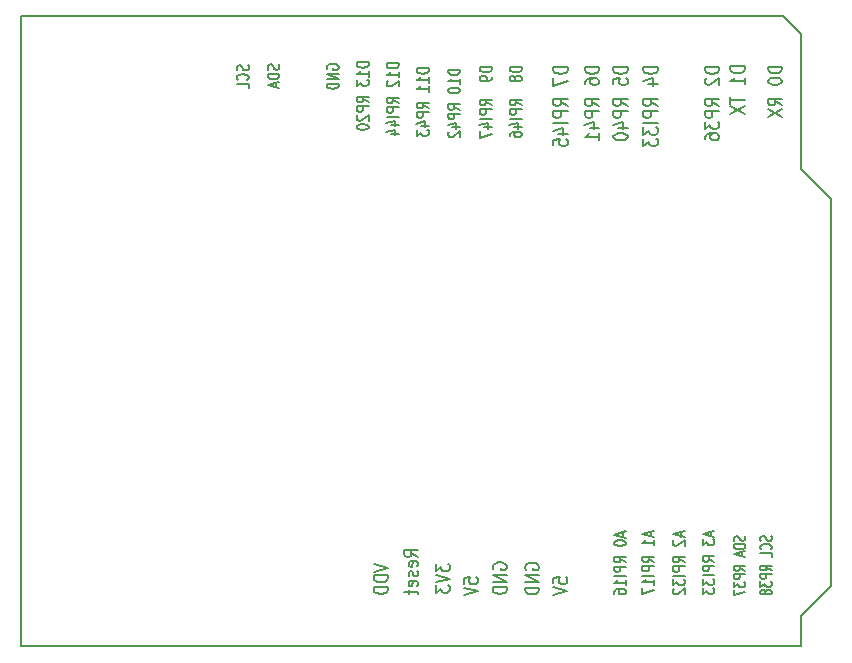
<source format=gbo>
G04 #@! TF.FileFunction,Legend,Bot*
%FSLAX46Y46*%
G04 Gerber Fmt 4.6, Leading zero omitted, Abs format (unit mm)*
G04 Created by KiCad (PCBNEW 4.0.2+dfsg1-stable) date Sa 11 Feb 2017 02:51:41 CET*
%MOMM*%
G01*
G04 APERTURE LIST*
%ADD10C,0.100000*%
%ADD11C,0.175000*%
%ADD12C,0.200000*%
%ADD13C,0.150000*%
G04 APERTURE END LIST*
D10*
D11*
X42362381Y49053381D02*
X41362381Y49053381D01*
X41362381Y48862905D01*
X41410000Y48748619D01*
X41505238Y48672428D01*
X41600476Y48634333D01*
X41790952Y48596238D01*
X41933810Y48596238D01*
X42124286Y48634333D01*
X42219524Y48672428D01*
X42314762Y48748619D01*
X42362381Y48862905D01*
X42362381Y49053381D01*
X41790952Y48139095D02*
X41743333Y48215286D01*
X41695714Y48253381D01*
X41600476Y48291476D01*
X41552857Y48291476D01*
X41457619Y48253381D01*
X41410000Y48215286D01*
X41362381Y48139095D01*
X41362381Y47986714D01*
X41410000Y47910524D01*
X41457619Y47872428D01*
X41552857Y47834333D01*
X41600476Y47834333D01*
X41695714Y47872428D01*
X41743333Y47910524D01*
X41790952Y47986714D01*
X41790952Y48139095D01*
X41838571Y48215286D01*
X41886190Y48253381D01*
X41981429Y48291476D01*
X42171905Y48291476D01*
X42267143Y48253381D01*
X42314762Y48215286D01*
X42362381Y48139095D01*
X42362381Y47986714D01*
X42314762Y47910524D01*
X42267143Y47872428D01*
X42171905Y47834333D01*
X41981429Y47834333D01*
X41886190Y47872428D01*
X41838571Y47910524D01*
X41790952Y47986714D01*
X42362381Y45815285D02*
X41886190Y46081952D01*
X42362381Y46272428D02*
X41362381Y46272428D01*
X41362381Y45967666D01*
X41410000Y45891475D01*
X41457619Y45853380D01*
X41552857Y45815285D01*
X41695714Y45815285D01*
X41790952Y45853380D01*
X41838571Y45891475D01*
X41886190Y45967666D01*
X41886190Y46272428D01*
X42362381Y45472428D02*
X41362381Y45472428D01*
X41362381Y45167666D01*
X41410000Y45091475D01*
X41457619Y45053380D01*
X41552857Y45015285D01*
X41695714Y45015285D01*
X41790952Y45053380D01*
X41838571Y45091475D01*
X41886190Y45167666D01*
X41886190Y45472428D01*
X42362381Y44672428D02*
X41362381Y44672428D01*
X41695714Y43948619D02*
X42362381Y43948619D01*
X41314762Y44139095D02*
X42029048Y44329571D01*
X42029048Y43834333D01*
X41362381Y43186714D02*
X41362381Y43339095D01*
X41410000Y43415285D01*
X41457619Y43453380D01*
X41600476Y43529571D01*
X41790952Y43567666D01*
X42171905Y43567666D01*
X42267143Y43529571D01*
X42314762Y43491476D01*
X42362381Y43415285D01*
X42362381Y43262904D01*
X42314762Y43186714D01*
X42267143Y43148618D01*
X42171905Y43110523D01*
X41933810Y43110523D01*
X41838571Y43148618D01*
X41790952Y43186714D01*
X41743333Y43262904D01*
X41743333Y43415285D01*
X41790952Y43491476D01*
X41838571Y43529571D01*
X41933810Y43567666D01*
X39822381Y49053381D02*
X38822381Y49053381D01*
X38822381Y48862905D01*
X38870000Y48748619D01*
X38965238Y48672428D01*
X39060476Y48634333D01*
X39250952Y48596238D01*
X39393810Y48596238D01*
X39584286Y48634333D01*
X39679524Y48672428D01*
X39774762Y48748619D01*
X39822381Y48862905D01*
X39822381Y49053381D01*
X39822381Y48215286D02*
X39822381Y48062905D01*
X39774762Y47986714D01*
X39727143Y47948619D01*
X39584286Y47872428D01*
X39393810Y47834333D01*
X39012857Y47834333D01*
X38917619Y47872428D01*
X38870000Y47910524D01*
X38822381Y47986714D01*
X38822381Y48139095D01*
X38870000Y48215286D01*
X38917619Y48253381D01*
X39012857Y48291476D01*
X39250952Y48291476D01*
X39346190Y48253381D01*
X39393810Y48215286D01*
X39441429Y48139095D01*
X39441429Y47986714D01*
X39393810Y47910524D01*
X39346190Y47872428D01*
X39250952Y47834333D01*
X39822381Y45815285D02*
X39346190Y46081952D01*
X39822381Y46272428D02*
X38822381Y46272428D01*
X38822381Y45967666D01*
X38870000Y45891475D01*
X38917619Y45853380D01*
X39012857Y45815285D01*
X39155714Y45815285D01*
X39250952Y45853380D01*
X39298571Y45891475D01*
X39346190Y45967666D01*
X39346190Y46272428D01*
X39822381Y45472428D02*
X38822381Y45472428D01*
X38822381Y45167666D01*
X38870000Y45091475D01*
X38917619Y45053380D01*
X39012857Y45015285D01*
X39155714Y45015285D01*
X39250952Y45053380D01*
X39298571Y45091475D01*
X39346190Y45167666D01*
X39346190Y45472428D01*
X39822381Y44672428D02*
X38822381Y44672428D01*
X39155714Y43948619D02*
X39822381Y43948619D01*
X38774762Y44139095D02*
X39489048Y44329571D01*
X39489048Y43834333D01*
X38822381Y43605761D02*
X38822381Y43072428D01*
X39822381Y43415285D01*
X37155381Y48812096D02*
X36155381Y48812096D01*
X36155381Y48621620D01*
X36203000Y48507334D01*
X36298238Y48431143D01*
X36393476Y48393048D01*
X36583952Y48354953D01*
X36726810Y48354953D01*
X36917286Y48393048D01*
X37012524Y48431143D01*
X37107762Y48507334D01*
X37155381Y48621620D01*
X37155381Y48812096D01*
X37155381Y47593048D02*
X37155381Y48050191D01*
X37155381Y47821620D02*
X36155381Y47821620D01*
X36298238Y47897810D01*
X36393476Y47974001D01*
X36441095Y48050191D01*
X36155381Y47097810D02*
X36155381Y47021619D01*
X36203000Y46945429D01*
X36250619Y46907334D01*
X36345857Y46869238D01*
X36536333Y46831143D01*
X36774429Y46831143D01*
X36964905Y46869238D01*
X37060143Y46907334D01*
X37107762Y46945429D01*
X37155381Y47021619D01*
X37155381Y47097810D01*
X37107762Y47174000D01*
X37060143Y47212096D01*
X36964905Y47250191D01*
X36774429Y47288286D01*
X36536333Y47288286D01*
X36345857Y47250191D01*
X36250619Y47212096D01*
X36203000Y47174000D01*
X36155381Y47097810D01*
X37155381Y45421619D02*
X36679190Y45688286D01*
X37155381Y45878762D02*
X36155381Y45878762D01*
X36155381Y45574000D01*
X36203000Y45497809D01*
X36250619Y45459714D01*
X36345857Y45421619D01*
X36488714Y45421619D01*
X36583952Y45459714D01*
X36631571Y45497809D01*
X36679190Y45574000D01*
X36679190Y45878762D01*
X37155381Y45078762D02*
X36155381Y45078762D01*
X36155381Y44774000D01*
X36203000Y44697809D01*
X36250619Y44659714D01*
X36345857Y44621619D01*
X36488714Y44621619D01*
X36583952Y44659714D01*
X36631571Y44697809D01*
X36679190Y44774000D01*
X36679190Y45078762D01*
X36488714Y43935905D02*
X37155381Y43935905D01*
X36107762Y44126381D02*
X36822048Y44316857D01*
X36822048Y43821619D01*
X36250619Y43554952D02*
X36203000Y43516857D01*
X36155381Y43440666D01*
X36155381Y43250190D01*
X36203000Y43174000D01*
X36250619Y43135904D01*
X36345857Y43097809D01*
X36441095Y43097809D01*
X36583952Y43135904D01*
X37155381Y43593047D01*
X37155381Y43097809D01*
X34488381Y48939096D02*
X33488381Y48939096D01*
X33488381Y48748620D01*
X33536000Y48634334D01*
X33631238Y48558143D01*
X33726476Y48520048D01*
X33916952Y48481953D01*
X34059810Y48481953D01*
X34250286Y48520048D01*
X34345524Y48558143D01*
X34440762Y48634334D01*
X34488381Y48748620D01*
X34488381Y48939096D01*
X34488381Y47720048D02*
X34488381Y48177191D01*
X34488381Y47948620D02*
X33488381Y47948620D01*
X33631238Y48024810D01*
X33726476Y48101001D01*
X33774095Y48177191D01*
X34488381Y46958143D02*
X34488381Y47415286D01*
X34488381Y47186715D02*
X33488381Y47186715D01*
X33631238Y47262905D01*
X33726476Y47339096D01*
X33774095Y47415286D01*
X34488381Y45548619D02*
X34012190Y45815286D01*
X34488381Y46005762D02*
X33488381Y46005762D01*
X33488381Y45701000D01*
X33536000Y45624809D01*
X33583619Y45586714D01*
X33678857Y45548619D01*
X33821714Y45548619D01*
X33916952Y45586714D01*
X33964571Y45624809D01*
X34012190Y45701000D01*
X34012190Y46005762D01*
X34488381Y45205762D02*
X33488381Y45205762D01*
X33488381Y44901000D01*
X33536000Y44824809D01*
X33583619Y44786714D01*
X33678857Y44748619D01*
X33821714Y44748619D01*
X33916952Y44786714D01*
X33964571Y44824809D01*
X34012190Y44901000D01*
X34012190Y45205762D01*
X33821714Y44062905D02*
X34488381Y44062905D01*
X33440762Y44253381D02*
X34155048Y44443857D01*
X34155048Y43948619D01*
X33488381Y43720047D02*
X33488381Y43224809D01*
X33869333Y43491476D01*
X33869333Y43377190D01*
X33916952Y43301000D01*
X33964571Y43262904D01*
X34059810Y43224809D01*
X34297905Y43224809D01*
X34393143Y43262904D01*
X34440762Y43301000D01*
X34488381Y43377190D01*
X34488381Y43605762D01*
X34440762Y43681952D01*
X34393143Y43720047D01*
X31948381Y49383572D02*
X30948381Y49383572D01*
X30948381Y49193096D01*
X30996000Y49078810D01*
X31091238Y49002619D01*
X31186476Y48964524D01*
X31376952Y48926429D01*
X31519810Y48926429D01*
X31710286Y48964524D01*
X31805524Y49002619D01*
X31900762Y49078810D01*
X31948381Y49193096D01*
X31948381Y49383572D01*
X31948381Y48164524D02*
X31948381Y48621667D01*
X31948381Y48393096D02*
X30948381Y48393096D01*
X31091238Y48469286D01*
X31186476Y48545477D01*
X31234095Y48621667D01*
X31043619Y47859762D02*
X30996000Y47821667D01*
X30948381Y47745476D01*
X30948381Y47555000D01*
X30996000Y47478810D01*
X31043619Y47440714D01*
X31138857Y47402619D01*
X31234095Y47402619D01*
X31376952Y47440714D01*
X31948381Y47897857D01*
X31948381Y47402619D01*
X31948381Y45993095D02*
X31472190Y46259762D01*
X31948381Y46450238D02*
X30948381Y46450238D01*
X30948381Y46145476D01*
X30996000Y46069285D01*
X31043619Y46031190D01*
X31138857Y45993095D01*
X31281714Y45993095D01*
X31376952Y46031190D01*
X31424571Y46069285D01*
X31472190Y46145476D01*
X31472190Y46450238D01*
X31948381Y45650238D02*
X30948381Y45650238D01*
X30948381Y45345476D01*
X30996000Y45269285D01*
X31043619Y45231190D01*
X31138857Y45193095D01*
X31281714Y45193095D01*
X31376952Y45231190D01*
X31424571Y45269285D01*
X31472190Y45345476D01*
X31472190Y45650238D01*
X31948381Y44850238D02*
X30948381Y44850238D01*
X31281714Y44126429D02*
X31948381Y44126429D01*
X30900762Y44316905D02*
X31615048Y44507381D01*
X31615048Y44012143D01*
X31281714Y43364524D02*
X31948381Y43364524D01*
X30900762Y43555000D02*
X31615048Y43745476D01*
X31615048Y43250238D01*
D12*
X29408381Y49447096D02*
X28408381Y49447096D01*
X28408381Y49256620D01*
X28456000Y49142334D01*
X28551238Y49066143D01*
X28646476Y49028048D01*
X28836952Y48989953D01*
X28979810Y48989953D01*
X29170286Y49028048D01*
X29265524Y49066143D01*
X29360762Y49142334D01*
X29408381Y49256620D01*
X29408381Y49447096D01*
X29408381Y48228048D02*
X29408381Y48685191D01*
X29408381Y48456620D02*
X28408381Y48456620D01*
X28551238Y48532810D01*
X28646476Y48609001D01*
X28694095Y48685191D01*
X28408381Y47961381D02*
X28408381Y47466143D01*
X28789333Y47732810D01*
X28789333Y47618524D01*
X28836952Y47542334D01*
X28884571Y47504238D01*
X28979810Y47466143D01*
X29217905Y47466143D01*
X29313143Y47504238D01*
X29360762Y47542334D01*
X29408381Y47618524D01*
X29408381Y47847096D01*
X29360762Y47923286D01*
X29313143Y47961381D01*
X29408381Y46056619D02*
X28932190Y46323286D01*
X29408381Y46513762D02*
X28408381Y46513762D01*
X28408381Y46209000D01*
X28456000Y46132809D01*
X28503619Y46094714D01*
X28598857Y46056619D01*
X28741714Y46056619D01*
X28836952Y46094714D01*
X28884571Y46132809D01*
X28932190Y46209000D01*
X28932190Y46513762D01*
X29408381Y45713762D02*
X28408381Y45713762D01*
X28408381Y45409000D01*
X28456000Y45332809D01*
X28503619Y45294714D01*
X28598857Y45256619D01*
X28741714Y45256619D01*
X28836952Y45294714D01*
X28884571Y45332809D01*
X28932190Y45409000D01*
X28932190Y45713762D01*
X28503619Y44951857D02*
X28456000Y44913762D01*
X28408381Y44837571D01*
X28408381Y44647095D01*
X28456000Y44570905D01*
X28503619Y44532809D01*
X28598857Y44494714D01*
X28694095Y44494714D01*
X28836952Y44532809D01*
X29408381Y44989952D01*
X29408381Y44494714D01*
X28408381Y43999476D02*
X28408381Y43923285D01*
X28456000Y43847095D01*
X28503619Y43809000D01*
X28598857Y43770904D01*
X28789333Y43732809D01*
X29027429Y43732809D01*
X29217905Y43770904D01*
X29313143Y43809000D01*
X29360762Y43847095D01*
X29408381Y43923285D01*
X29408381Y43999476D01*
X29360762Y44075666D01*
X29313143Y44113762D01*
X29217905Y44151857D01*
X29027429Y44189952D01*
X28789333Y44189952D01*
X28598857Y44151857D01*
X28503619Y44113762D01*
X28456000Y44075666D01*
X28408381Y43999476D01*
X25916000Y48869523D02*
X25868381Y48945714D01*
X25868381Y49059999D01*
X25916000Y49174285D01*
X26011238Y49250476D01*
X26106476Y49288571D01*
X26296952Y49326666D01*
X26439810Y49326666D01*
X26630286Y49288571D01*
X26725524Y49250476D01*
X26820762Y49174285D01*
X26868381Y49059999D01*
X26868381Y48983809D01*
X26820762Y48869523D01*
X26773143Y48831428D01*
X26439810Y48831428D01*
X26439810Y48983809D01*
X26868381Y48488571D02*
X25868381Y48488571D01*
X26868381Y48031428D01*
X25868381Y48031428D01*
X26868381Y47650476D02*
X25868381Y47650476D01*
X25868381Y47460000D01*
X25916000Y47345714D01*
X26011238Y47269523D01*
X26106476Y47231428D01*
X26296952Y47193333D01*
X26439810Y47193333D01*
X26630286Y47231428D01*
X26725524Y47269523D01*
X26820762Y47345714D01*
X26868381Y47460000D01*
X26868381Y47650476D01*
X46262857Y49029524D02*
X45062857Y49029524D01*
X45062857Y48791429D01*
X45120000Y48648571D01*
X45234286Y48553333D01*
X45348571Y48505714D01*
X45577143Y48458095D01*
X45748571Y48458095D01*
X45977143Y48505714D01*
X46091429Y48553333D01*
X46205714Y48648571D01*
X46262857Y48791429D01*
X46262857Y49029524D01*
X45062857Y48124762D02*
X45062857Y47458095D01*
X46262857Y47886667D01*
X46262857Y45743809D02*
X45691429Y46077143D01*
X46262857Y46315238D02*
X45062857Y46315238D01*
X45062857Y45934285D01*
X45120000Y45839047D01*
X45177143Y45791428D01*
X45291429Y45743809D01*
X45462857Y45743809D01*
X45577143Y45791428D01*
X45634286Y45839047D01*
X45691429Y45934285D01*
X45691429Y46315238D01*
X46262857Y45315238D02*
X45062857Y45315238D01*
X45062857Y44934285D01*
X45120000Y44839047D01*
X45177143Y44791428D01*
X45291429Y44743809D01*
X45462857Y44743809D01*
X45577143Y44791428D01*
X45634286Y44839047D01*
X45691429Y44934285D01*
X45691429Y45315238D01*
X46262857Y44315238D02*
X45062857Y44315238D01*
X45462857Y43410476D02*
X46262857Y43410476D01*
X45005714Y43648572D02*
X45862857Y43886667D01*
X45862857Y43267619D01*
X45062857Y42410476D02*
X45062857Y42886667D01*
X45634286Y42934286D01*
X45577143Y42886667D01*
X45520000Y42791429D01*
X45520000Y42553333D01*
X45577143Y42458095D01*
X45634286Y42410476D01*
X45748571Y42362857D01*
X46034286Y42362857D01*
X46148571Y42410476D01*
X46205714Y42458095D01*
X46262857Y42553333D01*
X46262857Y42791429D01*
X46205714Y42886667D01*
X46148571Y42934286D01*
X48929857Y49045429D02*
X47729857Y49045429D01*
X47729857Y48807334D01*
X47787000Y48664476D01*
X47901286Y48569238D01*
X48015571Y48521619D01*
X48244143Y48474000D01*
X48415571Y48474000D01*
X48644143Y48521619D01*
X48758429Y48569238D01*
X48872714Y48664476D01*
X48929857Y48807334D01*
X48929857Y49045429D01*
X47729857Y47616857D02*
X47729857Y47807334D01*
X47787000Y47902572D01*
X47844143Y47950191D01*
X48015571Y48045429D01*
X48244143Y48093048D01*
X48701286Y48093048D01*
X48815571Y48045429D01*
X48872714Y47997810D01*
X48929857Y47902572D01*
X48929857Y47712095D01*
X48872714Y47616857D01*
X48815571Y47569238D01*
X48701286Y47521619D01*
X48415571Y47521619D01*
X48301286Y47569238D01*
X48244143Y47616857D01*
X48187000Y47712095D01*
X48187000Y47902572D01*
X48244143Y47997810D01*
X48301286Y48045429D01*
X48415571Y48093048D01*
X48929857Y45759714D02*
X48358429Y46093048D01*
X48929857Y46331143D02*
X47729857Y46331143D01*
X47729857Y45950190D01*
X47787000Y45854952D01*
X47844143Y45807333D01*
X47958429Y45759714D01*
X48129857Y45759714D01*
X48244143Y45807333D01*
X48301286Y45854952D01*
X48358429Y45950190D01*
X48358429Y46331143D01*
X48929857Y45331143D02*
X47729857Y45331143D01*
X47729857Y44950190D01*
X47787000Y44854952D01*
X47844143Y44807333D01*
X47958429Y44759714D01*
X48129857Y44759714D01*
X48244143Y44807333D01*
X48301286Y44854952D01*
X48358429Y44950190D01*
X48358429Y45331143D01*
X48129857Y43902571D02*
X48929857Y43902571D01*
X47672714Y44140667D02*
X48529857Y44378762D01*
X48529857Y43759714D01*
X48929857Y42854952D02*
X48929857Y43426381D01*
X48929857Y43140667D02*
X47729857Y43140667D01*
X47901286Y43235905D01*
X48015571Y43331143D01*
X48072714Y43426381D01*
X51342857Y49045429D02*
X50142857Y49045429D01*
X50142857Y48807334D01*
X50200000Y48664476D01*
X50314286Y48569238D01*
X50428571Y48521619D01*
X50657143Y48474000D01*
X50828571Y48474000D01*
X51057143Y48521619D01*
X51171429Y48569238D01*
X51285714Y48664476D01*
X51342857Y48807334D01*
X51342857Y49045429D01*
X50142857Y47569238D02*
X50142857Y48045429D01*
X50714286Y48093048D01*
X50657143Y48045429D01*
X50600000Y47950191D01*
X50600000Y47712095D01*
X50657143Y47616857D01*
X50714286Y47569238D01*
X50828571Y47521619D01*
X51114286Y47521619D01*
X51228571Y47569238D01*
X51285714Y47616857D01*
X51342857Y47712095D01*
X51342857Y47950191D01*
X51285714Y48045429D01*
X51228571Y48093048D01*
X51342857Y45759714D02*
X50771429Y46093048D01*
X51342857Y46331143D02*
X50142857Y46331143D01*
X50142857Y45950190D01*
X50200000Y45854952D01*
X50257143Y45807333D01*
X50371429Y45759714D01*
X50542857Y45759714D01*
X50657143Y45807333D01*
X50714286Y45854952D01*
X50771429Y45950190D01*
X50771429Y46331143D01*
X51342857Y45331143D02*
X50142857Y45331143D01*
X50142857Y44950190D01*
X50200000Y44854952D01*
X50257143Y44807333D01*
X50371429Y44759714D01*
X50542857Y44759714D01*
X50657143Y44807333D01*
X50714286Y44854952D01*
X50771429Y44950190D01*
X50771429Y45331143D01*
X50542857Y43902571D02*
X51342857Y43902571D01*
X50085714Y44140667D02*
X50942857Y44378762D01*
X50942857Y43759714D01*
X50142857Y43188286D02*
X50142857Y43093047D01*
X50200000Y42997809D01*
X50257143Y42950190D01*
X50371429Y42902571D01*
X50600000Y42854952D01*
X50885714Y42854952D01*
X51114286Y42902571D01*
X51228571Y42950190D01*
X51285714Y42997809D01*
X51342857Y43093047D01*
X51342857Y43188286D01*
X51285714Y43283524D01*
X51228571Y43331143D01*
X51114286Y43378762D01*
X50885714Y43426381D01*
X50600000Y43426381D01*
X50371429Y43378762D01*
X50257143Y43331143D01*
X50200000Y43283524D01*
X50142857Y43188286D01*
X53882857Y49029524D02*
X52682857Y49029524D01*
X52682857Y48791429D01*
X52740000Y48648571D01*
X52854286Y48553333D01*
X52968571Y48505714D01*
X53197143Y48458095D01*
X53368571Y48458095D01*
X53597143Y48505714D01*
X53711429Y48553333D01*
X53825714Y48648571D01*
X53882857Y48791429D01*
X53882857Y49029524D01*
X53082857Y47600952D02*
X53882857Y47600952D01*
X52625714Y47839048D02*
X53482857Y48077143D01*
X53482857Y47458095D01*
X53882857Y45743809D02*
X53311429Y46077143D01*
X53882857Y46315238D02*
X52682857Y46315238D01*
X52682857Y45934285D01*
X52740000Y45839047D01*
X52797143Y45791428D01*
X52911429Y45743809D01*
X53082857Y45743809D01*
X53197143Y45791428D01*
X53254286Y45839047D01*
X53311429Y45934285D01*
X53311429Y46315238D01*
X53882857Y45315238D02*
X52682857Y45315238D01*
X52682857Y44934285D01*
X52740000Y44839047D01*
X52797143Y44791428D01*
X52911429Y44743809D01*
X53082857Y44743809D01*
X53197143Y44791428D01*
X53254286Y44839047D01*
X53311429Y44934285D01*
X53311429Y45315238D01*
X53882857Y44315238D02*
X52682857Y44315238D01*
X52682857Y43934286D02*
X52682857Y43315238D01*
X53140000Y43648572D01*
X53140000Y43505714D01*
X53197143Y43410476D01*
X53254286Y43362857D01*
X53368571Y43315238D01*
X53654286Y43315238D01*
X53768571Y43362857D01*
X53825714Y43410476D01*
X53882857Y43505714D01*
X53882857Y43791429D01*
X53825714Y43886667D01*
X53768571Y43934286D01*
X52682857Y42981905D02*
X52682857Y42362857D01*
X53140000Y42696191D01*
X53140000Y42553333D01*
X53197143Y42458095D01*
X53254286Y42410476D01*
X53368571Y42362857D01*
X53654286Y42362857D01*
X53768571Y42410476D01*
X53825714Y42458095D01*
X53882857Y42553333D01*
X53882857Y42839048D01*
X53825714Y42934286D01*
X53768571Y42981905D01*
X59089857Y49045429D02*
X57889857Y49045429D01*
X57889857Y48807334D01*
X57947000Y48664476D01*
X58061286Y48569238D01*
X58175571Y48521619D01*
X58404143Y48474000D01*
X58575571Y48474000D01*
X58804143Y48521619D01*
X58918429Y48569238D01*
X59032714Y48664476D01*
X59089857Y48807334D01*
X59089857Y49045429D01*
X58004143Y48093048D02*
X57947000Y48045429D01*
X57889857Y47950191D01*
X57889857Y47712095D01*
X57947000Y47616857D01*
X58004143Y47569238D01*
X58118429Y47521619D01*
X58232714Y47521619D01*
X58404143Y47569238D01*
X59089857Y48140667D01*
X59089857Y47521619D01*
X59089857Y45759714D02*
X58518429Y46093048D01*
X59089857Y46331143D02*
X57889857Y46331143D01*
X57889857Y45950190D01*
X57947000Y45854952D01*
X58004143Y45807333D01*
X58118429Y45759714D01*
X58289857Y45759714D01*
X58404143Y45807333D01*
X58461286Y45854952D01*
X58518429Y45950190D01*
X58518429Y46331143D01*
X59089857Y45331143D02*
X57889857Y45331143D01*
X57889857Y44950190D01*
X57947000Y44854952D01*
X58004143Y44807333D01*
X58118429Y44759714D01*
X58289857Y44759714D01*
X58404143Y44807333D01*
X58461286Y44854952D01*
X58518429Y44950190D01*
X58518429Y45331143D01*
X57889857Y44426381D02*
X57889857Y43807333D01*
X58347000Y44140667D01*
X58347000Y43997809D01*
X58404143Y43902571D01*
X58461286Y43854952D01*
X58575571Y43807333D01*
X58861286Y43807333D01*
X58975571Y43854952D01*
X59032714Y43902571D01*
X59089857Y43997809D01*
X59089857Y44283524D01*
X59032714Y44378762D01*
X58975571Y44426381D01*
X57889857Y42950190D02*
X57889857Y43140667D01*
X57947000Y43235905D01*
X58004143Y43283524D01*
X58175571Y43378762D01*
X58404143Y43426381D01*
X58861286Y43426381D01*
X58975571Y43378762D01*
X59032714Y43331143D01*
X59089857Y43235905D01*
X59089857Y43045428D01*
X59032714Y42950190D01*
X58975571Y42902571D01*
X58861286Y42854952D01*
X58575571Y42854952D01*
X58461286Y42902571D01*
X58404143Y42950190D01*
X58347000Y43045428D01*
X58347000Y43235905D01*
X58404143Y43331143D01*
X58461286Y43378762D01*
X58575571Y43426381D01*
X61248857Y49093191D02*
X60048857Y49093191D01*
X60048857Y48855096D01*
X60106000Y48712238D01*
X60220286Y48617000D01*
X60334571Y48569381D01*
X60563143Y48521762D01*
X60734571Y48521762D01*
X60963143Y48569381D01*
X61077429Y48617000D01*
X61191714Y48712238D01*
X61248857Y48855096D01*
X61248857Y49093191D01*
X61248857Y47569381D02*
X61248857Y48140810D01*
X61248857Y47855096D02*
X60048857Y47855096D01*
X60220286Y47950334D01*
X60334571Y48045572D01*
X60391714Y48140810D01*
X60048857Y46521762D02*
X60048857Y45950333D01*
X61248857Y46236048D02*
X60048857Y46236048D01*
X60048857Y45712238D02*
X61248857Y45045571D01*
X60048857Y45045571D02*
X61248857Y45712238D01*
X64423857Y49085238D02*
X63223857Y49085238D01*
X63223857Y48847143D01*
X63281000Y48704285D01*
X63395286Y48609047D01*
X63509571Y48561428D01*
X63738143Y48513809D01*
X63909571Y48513809D01*
X64138143Y48561428D01*
X64252429Y48609047D01*
X64366714Y48704285D01*
X64423857Y48847143D01*
X64423857Y49085238D01*
X63223857Y47894762D02*
X63223857Y47799523D01*
X63281000Y47704285D01*
X63338143Y47656666D01*
X63452429Y47609047D01*
X63681000Y47561428D01*
X63966714Y47561428D01*
X64195286Y47609047D01*
X64309571Y47656666D01*
X64366714Y47704285D01*
X64423857Y47799523D01*
X64423857Y47894762D01*
X64366714Y47990000D01*
X64309571Y48037619D01*
X64195286Y48085238D01*
X63966714Y48132857D01*
X63681000Y48132857D01*
X63452429Y48085238D01*
X63338143Y48037619D01*
X63281000Y47990000D01*
X63223857Y47894762D01*
X64423857Y45799523D02*
X63852429Y46132857D01*
X64423857Y46370952D02*
X63223857Y46370952D01*
X63223857Y45989999D01*
X63281000Y45894761D01*
X63338143Y45847142D01*
X63452429Y45799523D01*
X63623857Y45799523D01*
X63738143Y45847142D01*
X63795286Y45894761D01*
X63852429Y45989999D01*
X63852429Y46370952D01*
X63223857Y45466190D02*
X64423857Y44799523D01*
X63223857Y44799523D02*
X64423857Y45466190D01*
D11*
X63523762Y9324667D02*
X63571381Y9224667D01*
X63571381Y9058000D01*
X63523762Y8991333D01*
X63476143Y8958000D01*
X63380905Y8924667D01*
X63285667Y8924667D01*
X63190429Y8958000D01*
X63142810Y8991333D01*
X63095190Y9058000D01*
X63047571Y9191333D01*
X62999952Y9258000D01*
X62952333Y9291333D01*
X62857095Y9324667D01*
X62761857Y9324667D01*
X62666619Y9291333D01*
X62619000Y9258000D01*
X62571381Y9191333D01*
X62571381Y9024667D01*
X62619000Y8924667D01*
X63476143Y8224666D02*
X63523762Y8258000D01*
X63571381Y8358000D01*
X63571381Y8424666D01*
X63523762Y8524666D01*
X63428524Y8591333D01*
X63333286Y8624666D01*
X63142810Y8658000D01*
X62999952Y8658000D01*
X62809476Y8624666D01*
X62714238Y8591333D01*
X62619000Y8524666D01*
X62571381Y8424666D01*
X62571381Y8358000D01*
X62619000Y8258000D01*
X62666619Y8224666D01*
X63571381Y7591333D02*
X63571381Y7924666D01*
X62571381Y7924666D01*
X63571381Y6424666D02*
X63095190Y6658000D01*
X63571381Y6824666D02*
X62571381Y6824666D01*
X62571381Y6558000D01*
X62619000Y6491333D01*
X62666619Y6458000D01*
X62761857Y6424666D01*
X62904714Y6424666D01*
X62999952Y6458000D01*
X63047571Y6491333D01*
X63095190Y6558000D01*
X63095190Y6824666D01*
X63571381Y6124666D02*
X62571381Y6124666D01*
X62571381Y5858000D01*
X62619000Y5791333D01*
X62666619Y5758000D01*
X62761857Y5724666D01*
X62904714Y5724666D01*
X62999952Y5758000D01*
X63047571Y5791333D01*
X63095190Y5858000D01*
X63095190Y6124666D01*
X62571381Y5491333D02*
X62571381Y5058000D01*
X62952333Y5291333D01*
X62952333Y5191333D01*
X62999952Y5124666D01*
X63047571Y5091333D01*
X63142810Y5058000D01*
X63380905Y5058000D01*
X63476143Y5091333D01*
X63523762Y5124666D01*
X63571381Y5191333D01*
X63571381Y5391333D01*
X63523762Y5458000D01*
X63476143Y5491333D01*
X62999952Y4657999D02*
X62952333Y4724666D01*
X62904714Y4757999D01*
X62809476Y4791333D01*
X62761857Y4791333D01*
X62666619Y4757999D01*
X62619000Y4724666D01*
X62571381Y4657999D01*
X62571381Y4524666D01*
X62619000Y4457999D01*
X62666619Y4424666D01*
X62761857Y4391333D01*
X62809476Y4391333D01*
X62904714Y4424666D01*
X62952333Y4457999D01*
X62999952Y4524666D01*
X62999952Y4657999D01*
X63047571Y4724666D01*
X63095190Y4757999D01*
X63190429Y4791333D01*
X63380905Y4791333D01*
X63476143Y4757999D01*
X63523762Y4724666D01*
X63571381Y4657999D01*
X63571381Y4524666D01*
X63523762Y4457999D01*
X63476143Y4424666D01*
X63380905Y4391333D01*
X63190429Y4391333D01*
X63095190Y4424666D01*
X63047571Y4457999D01*
X62999952Y4524666D01*
X61275862Y9328634D02*
X61323481Y9228634D01*
X61323481Y9061967D01*
X61275862Y8995300D01*
X61228243Y8961967D01*
X61133005Y8928634D01*
X61037767Y8928634D01*
X60942529Y8961967D01*
X60894910Y8995300D01*
X60847290Y9061967D01*
X60799671Y9195300D01*
X60752052Y9261967D01*
X60704433Y9295300D01*
X60609195Y9328634D01*
X60513957Y9328634D01*
X60418719Y9295300D01*
X60371100Y9261967D01*
X60323481Y9195300D01*
X60323481Y9028634D01*
X60371100Y8928634D01*
X61323481Y8628633D02*
X60323481Y8628633D01*
X60323481Y8461967D01*
X60371100Y8361967D01*
X60466338Y8295300D01*
X60561576Y8261967D01*
X60752052Y8228633D01*
X60894910Y8228633D01*
X61085386Y8261967D01*
X61180624Y8295300D01*
X61275862Y8361967D01*
X61323481Y8461967D01*
X61323481Y8628633D01*
X61037767Y7961967D02*
X61037767Y7628633D01*
X61323481Y8028633D02*
X60323481Y7795300D01*
X61323481Y7561967D01*
X61323481Y6395300D02*
X60847290Y6628634D01*
X61323481Y6795300D02*
X60323481Y6795300D01*
X60323481Y6528634D01*
X60371100Y6461967D01*
X60418719Y6428634D01*
X60513957Y6395300D01*
X60656814Y6395300D01*
X60752052Y6428634D01*
X60799671Y6461967D01*
X60847290Y6528634D01*
X60847290Y6795300D01*
X61323481Y6095300D02*
X60323481Y6095300D01*
X60323481Y5828634D01*
X60371100Y5761967D01*
X60418719Y5728634D01*
X60513957Y5695300D01*
X60656814Y5695300D01*
X60752052Y5728634D01*
X60799671Y5761967D01*
X60847290Y5828634D01*
X60847290Y6095300D01*
X60323481Y5461967D02*
X60323481Y5028634D01*
X60704433Y5261967D01*
X60704433Y5161967D01*
X60752052Y5095300D01*
X60799671Y5061967D01*
X60894910Y5028634D01*
X61133005Y5028634D01*
X61228243Y5061967D01*
X61275862Y5095300D01*
X61323481Y5161967D01*
X61323481Y5361967D01*
X61275862Y5428634D01*
X61228243Y5461967D01*
X60323481Y4795300D02*
X60323481Y4328633D01*
X61323481Y4628633D01*
D12*
X58408867Y9715171D02*
X58408867Y9334219D01*
X58694581Y9791362D02*
X57694581Y9524695D01*
X58694581Y9258028D01*
X57694581Y9067552D02*
X57694581Y8572314D01*
X58075533Y8838981D01*
X58075533Y8724695D01*
X58123152Y8648505D01*
X58170771Y8610409D01*
X58266010Y8572314D01*
X58504105Y8572314D01*
X58599343Y8610409D01*
X58646962Y8648505D01*
X58694581Y8724695D01*
X58694581Y8953267D01*
X58646962Y9029457D01*
X58599343Y9067552D01*
X58694581Y7162790D02*
X58218390Y7429457D01*
X58694581Y7619933D02*
X57694581Y7619933D01*
X57694581Y7315171D01*
X57742200Y7238980D01*
X57789819Y7200885D01*
X57885057Y7162790D01*
X58027914Y7162790D01*
X58123152Y7200885D01*
X58170771Y7238980D01*
X58218390Y7315171D01*
X58218390Y7619933D01*
X58694581Y6819933D02*
X57694581Y6819933D01*
X57694581Y6515171D01*
X57742200Y6438980D01*
X57789819Y6400885D01*
X57885057Y6362790D01*
X58027914Y6362790D01*
X58123152Y6400885D01*
X58170771Y6438980D01*
X58218390Y6515171D01*
X58218390Y6819933D01*
X58694581Y6019933D02*
X57694581Y6019933D01*
X57694581Y5715171D02*
X57694581Y5219933D01*
X58075533Y5486600D01*
X58075533Y5372314D01*
X58123152Y5296124D01*
X58170771Y5258028D01*
X58266010Y5219933D01*
X58504105Y5219933D01*
X58599343Y5258028D01*
X58646962Y5296124D01*
X58694581Y5372314D01*
X58694581Y5600886D01*
X58646962Y5677076D01*
X58599343Y5715171D01*
X57694581Y4953266D02*
X57694581Y4458028D01*
X58075533Y4724695D01*
X58075533Y4610409D01*
X58123152Y4534219D01*
X58170771Y4496123D01*
X58266010Y4458028D01*
X58504105Y4458028D01*
X58599343Y4496123D01*
X58646962Y4534219D01*
X58694581Y4610409D01*
X58694581Y4838981D01*
X58646962Y4915171D01*
X58599343Y4953266D01*
X55894267Y9677071D02*
X55894267Y9296119D01*
X56179981Y9753262D02*
X55179981Y9486595D01*
X56179981Y9219928D01*
X55275219Y8991357D02*
X55227600Y8953262D01*
X55179981Y8877071D01*
X55179981Y8686595D01*
X55227600Y8610405D01*
X55275219Y8572309D01*
X55370457Y8534214D01*
X55465695Y8534214D01*
X55608552Y8572309D01*
X56179981Y9029452D01*
X56179981Y8534214D01*
X56179981Y7124690D02*
X55703790Y7391357D01*
X56179981Y7581833D02*
X55179981Y7581833D01*
X55179981Y7277071D01*
X55227600Y7200880D01*
X55275219Y7162785D01*
X55370457Y7124690D01*
X55513314Y7124690D01*
X55608552Y7162785D01*
X55656171Y7200880D01*
X55703790Y7277071D01*
X55703790Y7581833D01*
X56179981Y6781833D02*
X55179981Y6781833D01*
X55179981Y6477071D01*
X55227600Y6400880D01*
X55275219Y6362785D01*
X55370457Y6324690D01*
X55513314Y6324690D01*
X55608552Y6362785D01*
X55656171Y6400880D01*
X55703790Y6477071D01*
X55703790Y6781833D01*
X56179981Y5981833D02*
X55179981Y5981833D01*
X55179981Y5677071D02*
X55179981Y5181833D01*
X55560933Y5448500D01*
X55560933Y5334214D01*
X55608552Y5258024D01*
X55656171Y5219928D01*
X55751410Y5181833D01*
X55989505Y5181833D01*
X56084743Y5219928D01*
X56132362Y5258024D01*
X56179981Y5334214D01*
X56179981Y5562786D01*
X56132362Y5638976D01*
X56084743Y5677071D01*
X55275219Y4877071D02*
X55227600Y4838976D01*
X55179981Y4762785D01*
X55179981Y4572309D01*
X55227600Y4496119D01*
X55275219Y4458023D01*
X55370457Y4419928D01*
X55465695Y4419928D01*
X55608552Y4458023D01*
X56179981Y4915166D01*
X56179981Y4419928D01*
X53316167Y9689771D02*
X53316167Y9308819D01*
X53601881Y9765962D02*
X52601881Y9499295D01*
X53601881Y9232628D01*
X53601881Y8546914D02*
X53601881Y9004057D01*
X53601881Y8775486D02*
X52601881Y8775486D01*
X52744738Y8851676D01*
X52839976Y8927867D01*
X52887595Y9004057D01*
X53601881Y7137390D02*
X53125690Y7404057D01*
X53601881Y7594533D02*
X52601881Y7594533D01*
X52601881Y7289771D01*
X52649500Y7213580D01*
X52697119Y7175485D01*
X52792357Y7137390D01*
X52935214Y7137390D01*
X53030452Y7175485D01*
X53078071Y7213580D01*
X53125690Y7289771D01*
X53125690Y7594533D01*
X53601881Y6794533D02*
X52601881Y6794533D01*
X52601881Y6489771D01*
X52649500Y6413580D01*
X52697119Y6375485D01*
X52792357Y6337390D01*
X52935214Y6337390D01*
X53030452Y6375485D01*
X53078071Y6413580D01*
X53125690Y6489771D01*
X53125690Y6794533D01*
X53601881Y5994533D02*
X52601881Y5994533D01*
X53601881Y5194533D02*
X53601881Y5651676D01*
X53601881Y5423105D02*
X52601881Y5423105D01*
X52744738Y5499295D01*
X52839976Y5575486D01*
X52887595Y5651676D01*
X52601881Y4927866D02*
X52601881Y4394533D01*
X53601881Y4737390D01*
X50915867Y9651671D02*
X50915867Y9270719D01*
X51201581Y9727862D02*
X50201581Y9461195D01*
X51201581Y9194528D01*
X50201581Y8775481D02*
X50201581Y8699290D01*
X50249200Y8623100D01*
X50296819Y8585005D01*
X50392057Y8546909D01*
X50582533Y8508814D01*
X50820629Y8508814D01*
X51011105Y8546909D01*
X51106343Y8585005D01*
X51153962Y8623100D01*
X51201581Y8699290D01*
X51201581Y8775481D01*
X51153962Y8851671D01*
X51106343Y8889767D01*
X51011105Y8927862D01*
X50820629Y8965957D01*
X50582533Y8965957D01*
X50392057Y8927862D01*
X50296819Y8889767D01*
X50249200Y8851671D01*
X50201581Y8775481D01*
X51201581Y7099290D02*
X50725390Y7365957D01*
X51201581Y7556433D02*
X50201581Y7556433D01*
X50201581Y7251671D01*
X50249200Y7175480D01*
X50296819Y7137385D01*
X50392057Y7099290D01*
X50534914Y7099290D01*
X50630152Y7137385D01*
X50677771Y7175480D01*
X50725390Y7251671D01*
X50725390Y7556433D01*
X51201581Y6756433D02*
X50201581Y6756433D01*
X50201581Y6451671D01*
X50249200Y6375480D01*
X50296819Y6337385D01*
X50392057Y6299290D01*
X50534914Y6299290D01*
X50630152Y6337385D01*
X50677771Y6375480D01*
X50725390Y6451671D01*
X50725390Y6756433D01*
X51201581Y5956433D02*
X50201581Y5956433D01*
X51201581Y5156433D02*
X51201581Y5613576D01*
X51201581Y5385005D02*
X50201581Y5385005D01*
X50344438Y5461195D01*
X50439676Y5537386D01*
X50487295Y5613576D01*
X50201581Y4470719D02*
X50201581Y4623100D01*
X50249200Y4699290D01*
X50296819Y4737385D01*
X50439676Y4813576D01*
X50630152Y4851671D01*
X51011105Y4851671D01*
X51106343Y4813576D01*
X51153962Y4775481D01*
X51201581Y4699290D01*
X51201581Y4546909D01*
X51153962Y4470719D01*
X51106343Y4432623D01*
X51011105Y4394528D01*
X50773010Y4394528D01*
X50677771Y4432623D01*
X50630152Y4470719D01*
X50582533Y4546909D01*
X50582533Y4699290D01*
X50630152Y4775481D01*
X50677771Y4813576D01*
X50773010Y4851671D01*
X21816962Y49282228D02*
X21864581Y49167942D01*
X21864581Y48977466D01*
X21816962Y48901276D01*
X21769343Y48863180D01*
X21674105Y48825085D01*
X21578867Y48825085D01*
X21483629Y48863180D01*
X21436010Y48901276D01*
X21388390Y48977466D01*
X21340771Y49129847D01*
X21293152Y49206038D01*
X21245533Y49244133D01*
X21150295Y49282228D01*
X21055057Y49282228D01*
X20959819Y49244133D01*
X20912200Y49206038D01*
X20864581Y49129847D01*
X20864581Y48939371D01*
X20912200Y48825085D01*
X21864581Y48482228D02*
X20864581Y48482228D01*
X20864581Y48291752D01*
X20912200Y48177466D01*
X21007438Y48101275D01*
X21102676Y48063180D01*
X21293152Y48025085D01*
X21436010Y48025085D01*
X21626486Y48063180D01*
X21721724Y48101275D01*
X21816962Y48177466D01*
X21864581Y48291752D01*
X21864581Y48482228D01*
X21578867Y47720323D02*
X21578867Y47339371D01*
X21864581Y47796514D02*
X20864581Y47529847D01*
X21864581Y47263180D01*
X19200762Y49212381D02*
X19248381Y49098095D01*
X19248381Y48907619D01*
X19200762Y48831429D01*
X19153143Y48793333D01*
X19057905Y48755238D01*
X18962667Y48755238D01*
X18867429Y48793333D01*
X18819810Y48831429D01*
X18772190Y48907619D01*
X18724571Y49060000D01*
X18676952Y49136191D01*
X18629333Y49174286D01*
X18534095Y49212381D01*
X18438857Y49212381D01*
X18343619Y49174286D01*
X18296000Y49136191D01*
X18248381Y49060000D01*
X18248381Y48869524D01*
X18296000Y48755238D01*
X19153143Y47955238D02*
X19200762Y47993333D01*
X19248381Y48107619D01*
X19248381Y48183809D01*
X19200762Y48298095D01*
X19105524Y48374286D01*
X19010286Y48412381D01*
X18819810Y48450476D01*
X18676952Y48450476D01*
X18486476Y48412381D01*
X18391238Y48374286D01*
X18296000Y48298095D01*
X18248381Y48183809D01*
X18248381Y48107619D01*
X18296000Y47993333D01*
X18343619Y47955238D01*
X19248381Y47231428D02*
X19248381Y47612381D01*
X18248381Y47612381D01*
X45037457Y5321276D02*
X45037457Y5797467D01*
X45608886Y5845086D01*
X45551743Y5797467D01*
X45494600Y5702229D01*
X45494600Y5464133D01*
X45551743Y5368895D01*
X45608886Y5321276D01*
X45723171Y5273657D01*
X46008886Y5273657D01*
X46123171Y5321276D01*
X46180314Y5368895D01*
X46237457Y5464133D01*
X46237457Y5702229D01*
X46180314Y5797467D01*
X46123171Y5845086D01*
X45037457Y4987943D02*
X46237457Y4654610D01*
X45037457Y4321276D01*
X42707000Y6502304D02*
X42649857Y6597542D01*
X42649857Y6740399D01*
X42707000Y6883257D01*
X42821286Y6978495D01*
X42935571Y7026114D01*
X43164143Y7073733D01*
X43335571Y7073733D01*
X43564143Y7026114D01*
X43678429Y6978495D01*
X43792714Y6883257D01*
X43849857Y6740399D01*
X43849857Y6645161D01*
X43792714Y6502304D01*
X43735571Y6454685D01*
X43335571Y6454685D01*
X43335571Y6645161D01*
X43849857Y6026114D02*
X42649857Y6026114D01*
X43849857Y5454685D01*
X42649857Y5454685D01*
X43849857Y4978495D02*
X42649857Y4978495D01*
X42649857Y4740400D01*
X42707000Y4597542D01*
X42821286Y4502304D01*
X42935571Y4454685D01*
X43164143Y4407066D01*
X43335571Y4407066D01*
X43564143Y4454685D01*
X43678429Y4502304D01*
X43792714Y4597542D01*
X43849857Y4740400D01*
X43849857Y4978495D01*
X39963800Y6527704D02*
X39906657Y6622942D01*
X39906657Y6765799D01*
X39963800Y6908657D01*
X40078086Y7003895D01*
X40192371Y7051514D01*
X40420943Y7099133D01*
X40592371Y7099133D01*
X40820943Y7051514D01*
X40935229Y7003895D01*
X41049514Y6908657D01*
X41106657Y6765799D01*
X41106657Y6670561D01*
X41049514Y6527704D01*
X40992371Y6480085D01*
X40592371Y6480085D01*
X40592371Y6670561D01*
X41106657Y6051514D02*
X39906657Y6051514D01*
X41106657Y5480085D01*
X39906657Y5480085D01*
X41106657Y5003895D02*
X39906657Y5003895D01*
X39906657Y4765800D01*
X39963800Y4622942D01*
X40078086Y4527704D01*
X40192371Y4480085D01*
X40420943Y4432466D01*
X40592371Y4432466D01*
X40820943Y4480085D01*
X40935229Y4527704D01*
X41049514Y4622942D01*
X41106657Y4765800D01*
X41106657Y5003895D01*
X37455557Y5308576D02*
X37455557Y5784767D01*
X38026986Y5832386D01*
X37969843Y5784767D01*
X37912700Y5689529D01*
X37912700Y5451433D01*
X37969843Y5356195D01*
X38026986Y5308576D01*
X38141271Y5260957D01*
X38426986Y5260957D01*
X38541271Y5308576D01*
X38598414Y5356195D01*
X38655557Y5451433D01*
X38655557Y5689529D01*
X38598414Y5784767D01*
X38541271Y5832386D01*
X37455557Y4975243D02*
X38655557Y4641910D01*
X37455557Y4308576D01*
X35080657Y6978495D02*
X35080657Y6359447D01*
X35537800Y6692781D01*
X35537800Y6549923D01*
X35594943Y6454685D01*
X35652086Y6407066D01*
X35766371Y6359447D01*
X36052086Y6359447D01*
X36166371Y6407066D01*
X36223514Y6454685D01*
X36280657Y6549923D01*
X36280657Y6835638D01*
X36223514Y6930876D01*
X36166371Y6978495D01*
X35080657Y6073733D02*
X36280657Y5740400D01*
X35080657Y5407066D01*
X35080657Y5168971D02*
X35080657Y4549923D01*
X35537800Y4883257D01*
X35537800Y4740399D01*
X35594943Y4645161D01*
X35652086Y4597542D01*
X35766371Y4549923D01*
X36052086Y4549923D01*
X36166371Y4597542D01*
X36223514Y4645161D01*
X36280657Y4740399D01*
X36280657Y5026114D01*
X36223514Y5121352D01*
X36166371Y5168971D01*
X33600957Y7588095D02*
X33029529Y7921429D01*
X33600957Y8159524D02*
X32400957Y8159524D01*
X32400957Y7778571D01*
X32458100Y7683333D01*
X32515243Y7635714D01*
X32629529Y7588095D01*
X32800957Y7588095D01*
X32915243Y7635714D01*
X32972386Y7683333D01*
X33029529Y7778571D01*
X33029529Y8159524D01*
X33543814Y6778571D02*
X33600957Y6873809D01*
X33600957Y7064286D01*
X33543814Y7159524D01*
X33429529Y7207143D01*
X32972386Y7207143D01*
X32858100Y7159524D01*
X32800957Y7064286D01*
X32800957Y6873809D01*
X32858100Y6778571D01*
X32972386Y6730952D01*
X33086671Y6730952D01*
X33200957Y7207143D01*
X33543814Y6350000D02*
X33600957Y6254762D01*
X33600957Y6064286D01*
X33543814Y5969047D01*
X33429529Y5921428D01*
X33372386Y5921428D01*
X33258100Y5969047D01*
X33200957Y6064286D01*
X33200957Y6207143D01*
X33143814Y6302381D01*
X33029529Y6350000D01*
X32972386Y6350000D01*
X32858100Y6302381D01*
X32800957Y6207143D01*
X32800957Y6064286D01*
X32858100Y5969047D01*
X33543814Y5111904D02*
X33600957Y5207142D01*
X33600957Y5397619D01*
X33543814Y5492857D01*
X33429529Y5540476D01*
X32972386Y5540476D01*
X32858100Y5492857D01*
X32800957Y5397619D01*
X32800957Y5207142D01*
X32858100Y5111904D01*
X32972386Y5064285D01*
X33086671Y5064285D01*
X33200957Y5540476D01*
X32800957Y4778571D02*
X32800957Y4397619D01*
X32400957Y4635714D02*
X33429529Y4635714D01*
X33543814Y4588095D01*
X33600957Y4492857D01*
X33600957Y4397619D01*
X29848257Y6997533D02*
X31048257Y6664200D01*
X29848257Y6330866D01*
X31048257Y5997533D02*
X29848257Y5997533D01*
X29848257Y5759438D01*
X29905400Y5616580D01*
X30019686Y5521342D01*
X30133971Y5473723D01*
X30362543Y5426104D01*
X30533971Y5426104D01*
X30762543Y5473723D01*
X30876829Y5521342D01*
X30991114Y5616580D01*
X31048257Y5759438D01*
X31048257Y5997533D01*
X31048257Y4997533D02*
X29848257Y4997533D01*
X29848257Y4759438D01*
X29905400Y4616580D01*
X30019686Y4521342D01*
X30133971Y4473723D01*
X30362543Y4426104D01*
X30533971Y4426104D01*
X30762543Y4473723D01*
X30876829Y4521342D01*
X30991114Y4616580D01*
X31048257Y4759438D01*
X31048257Y4997533D01*
D13*
X66040000Y51816000D02*
X64516000Y53340000D01*
X66040000Y40386000D02*
X66040000Y51816000D01*
X68580000Y37846000D02*
X66040000Y40386000D01*
X68580000Y5080000D02*
X68580000Y37846000D01*
X66040000Y2540000D02*
X68580000Y5080000D01*
X66040000Y0D02*
X66040000Y2540000D01*
X0Y0D02*
X66040000Y0D01*
X0Y53340000D02*
X0Y0D01*
X64516000Y53340000D02*
X0Y53340000D01*
M02*

</source>
